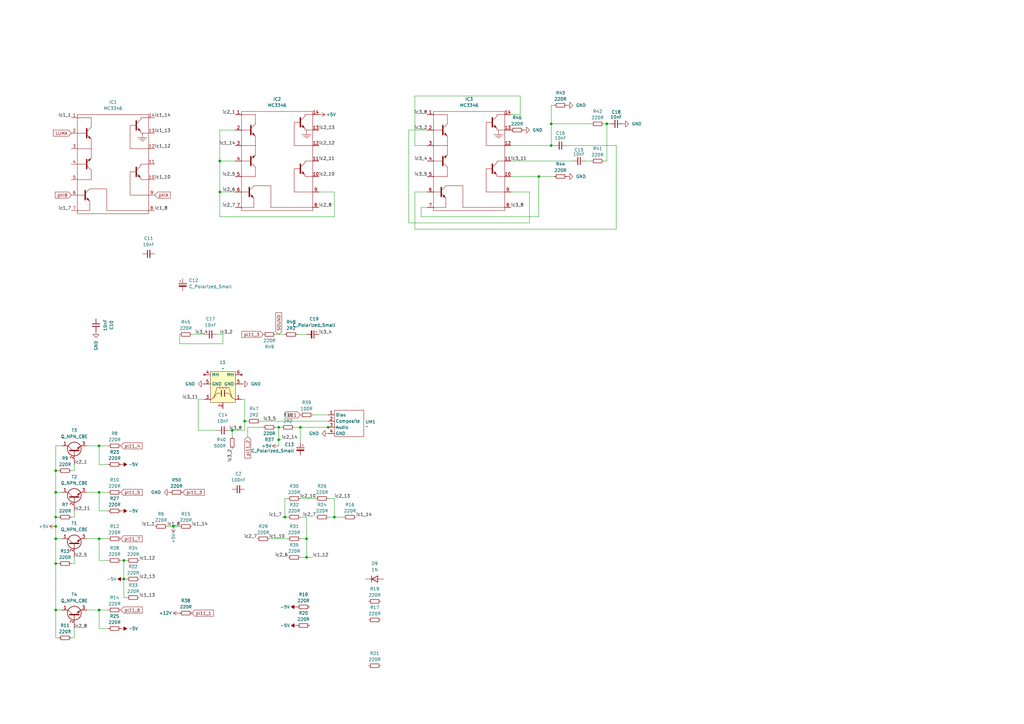
<source format=kicad_sch>
(kicad_sch (version 20231120) (generator "eeschema") (generator_version "8.0")
  (paper "A3")
  (title_block (date "2025-02-04"))
  (lib_symbols
    (symbol "Device:C_Polarized_Small" (pin_numbers hide) (pin_names (offset 0.254) hide)
      (property "Reference" "C" (at 0.254 1.778 0))
      (property "Value" "C_Polarized_Small" (at 0.254 -2.032 0))
      (symbol "C_Polarized_Small_0_1"
        (rectangle (start -1.524 -0.3048) (end 1.524 -0.6858) (fill (type outline)))
        (rectangle (start -1.524 0.6858) (end 1.524 0.3048))
        (polyline (pts (xy -1.27 1.524) (xy -0.762 1.524)))
        (polyline (pts (xy -1.016 1.27) (xy -1.016 1.778)))
      )
      (symbol "C_Polarized_Small_1_1"
        (pin passive line (at 0 2.54 270) (length 1.8542) (name "~") (number "1"))
        (pin passive line (at 0 -2.54 90) (length 1.8542) (name "~") (number "2"))
      )
    )
    (symbol "Device:C_Small" (pin_numbers hide) (pin_names (offset 0.254) hide)
      (property "Reference" "C" (at 0.254 1.778 0))
      (property "Value" "C_Small" (at 0.254 -2.032 0))
      (symbol "C_Small_0_1"
        (polyline (pts (xy -1.524 -0.508) (xy 1.524 -0.508)) (stroke (width 0.3302)))
        (polyline (pts (xy -1.524 0.508) (xy 1.524 0.508)) (stroke (width 0.3048)))
      )
      (symbol "C_Small_1_1"
        (pin passive line (at 0 2.54 270) (length 2.032) (name "~") (number "1"))
        (pin passive line (at 0 -2.54 90) (length 2.032) (name "~") (number "2"))
      )
    )
    (symbol "Device:D" (pin_numbers hide) (pin_names (offset 1.016) hide)
      (property "Reference" "D" (at 0 2.54 0))
      (property "Value" "D" (at 0 -2.54 0))
      (symbol "D_0_1"
        (polyline (pts (xy -1.27 1.27) (xy -1.27 -1.27)) (stroke (width 0.254)))
        (polyline (pts (xy 1.27 0) (xy -1.27 0)))
        (polyline (pts (xy 1.27 1.27) (xy 1.27 -1.27) (xy -1.27 0) (xy 1.27 1.27)) (stroke (width 0.254)))
      )
      (symbol "D_1_1"
        (pin passive line (at -3.81 0 0) (length 2.54) (name "K") (number "1"))
        (pin passive line (at 3.81 0 180) (length 2.54) (name "A") (number "2"))
      )
    )
    (symbol "Device:Q_NPN_CBE" (pin_names (offset 0) hide)
      (property "Reference" "Q" (at 5.08 1.27 0))
      (property "Value" "Q_NPN_CBE" (at 5.08 -1.27 0))
      (symbol "Q_NPN_CBE_0_1"
        (polyline (pts (xy 0.635 0.635) (xy 2.54 2.54)))
        (polyline (pts (xy 0.635 -0.635) (xy 2.54 -2.54) (xy 2.54 -2.54)))
        (polyline (pts (xy 0.635 1.905) (xy 0.635 -1.905) (xy 0.635 -1.905)) (stroke (width 0.508)))
        (polyline (pts (xy 1.27 -1.778) (xy 1.778 -1.27) (xy 2.286 -2.286) (xy 1.27 -1.778) (xy 1.27 -1.778)) (fill (type outline)))
        (circle (center 1.27 0) (radius 2.8194) (stroke (width 0.254)))
      )
      (symbol "Q_NPN_CBE_1_1"
        (pin passive line (at 2.54 5.08 270) (length 2.54) (name "C") (number "1"))
        (pin input line (at -5.08 0 0) (length 5.715) (name "B") (number "2"))
        (pin passive line (at 2.54 -5.08 90) (length 2.54) (name "E") (number "3"))
      )
    )
    (symbol "Device:R_Small" (pin_numbers hide) (pin_names (offset 0.254) hide)
      (property "Reference" "R" (at 0.762 0.508 0))
      (property "Value" "R_Small" (at 0.762 -1.016 0))
      (symbol "R_Small_0_1"
        (rectangle (start -0.762 1.778) (end 0.762 -1.778) (stroke (width 0.2032)))
      )
      (symbol "R_Small_1_1"
        (pin passive line (at 0 2.54 270) (length 0.762) (name "~") (number "1"))
        (pin passive line (at 0 -2.54 90) (length 0.762) (name "~") (number "2"))
      )
    )
    (symbol "power:+12V" (power) (pin_names (offset 0))
      (property "Value" "+12V" (at 0 3.556 0))
      (symbol "+12V_0_1"
        (polyline (pts (xy -0.762 1.27) (xy 0 2.54)))
        (polyline (pts (xy 0 0) (xy 0 2.54)))
        (polyline (pts (xy 0 2.54) (xy 0.762 1.27)))
      )
      (symbol "+12V_1_1"
        (pin power_in line (at 0 0 90) (length 0) hide (name "+12V") (number "1"))
      )
    )
    (symbol "power:+5V" (power) (pin_names (offset 0))
      (property "Value" "+5V" (at 0 3.556 0))
      (symbol "+5V_0_1"
        (polyline (pts (xy -0.762 1.27) (xy 0 2.54)))
        (polyline (pts (xy 0 0) (xy 0 2.54)))
        (polyline (pts (xy 0 2.54) (xy 0.762 1.27)))
      )
      (symbol "+5V_1_1"
        (pin power_in line (at 0 0 90) (length 0) hide (name "+5V") (number "1"))
      )
    )
    (symbol "power:-5V" (power) (pin_names (offset 0))
      (property "Value" "-5V" (at 0 3.81 0))
      (symbol "-5V_0_0"
        (pin power_in line (at 0 0 90) (length 0) hide (name "-5V") (number "1"))
      )
      (symbol "-5V_0_1"
        (polyline (pts (xy 0 0) (xy 0 1.27) (xy 0.762 1.27) (xy 0 2.54) (xy -0.762 1.27) (xy 0 1.27)) (fill (type outline)))
      )
    )
    (symbol "power:GND" (power) (pin_numbers hide) (pin_names (offset 0) hide)
      (property "Value" "GND" (at 0 -3.81 0))
      (symbol "GND_0_1"
        (polyline (pts (xy 0 0) (xy 0 -1.27) (xy 1.27 -1.27) (xy 0 -2.54) (xy -1.27 -1.27) (xy 0 -1.27)))
      )
      (symbol "GND_1_1"
        (pin power_in line (at 0 0 270) (length 0) (name "~") (number "1"))
      )
    )
    (symbol "vdg:MC3346"
      (property "Reference" "IC" (at 0 1.524 0))
      (property "Value" "MC3346" (at 0 -2.032 0))
      (symbol "MC3346_0_1"
        (rectangle (start -15.24 22.86) (end 13.97 -17.78))
        (polyline (pts (xy -15.24 -10.16) (xy -12.065 -10.16)))
        (polyline (pts (xy -15.24 2.54) (xy -11.43 2.54)))
        (polyline (pts (xy -12.065 -9.525) (xy -10.16 -7.62)))
        (polyline (pts (xy -11.43 1.905) (xy -9.525 0)))
        (polyline (pts (xy -11.43 15.24) (xy -15.24 15.24)))
        (polyline (pts (xy -11.43 15.875) (xy -9.525 17.78)))
        (polyline (pts (xy -9.525 5.08) (xy -9.525 8.89)))
        (polyline (pts (xy 8.89 0) (xy 10.795 1.905)))
        (polyline (pts (xy 8.89 19.05) (xy 10.795 20.955)))
        (polyline (pts (xy 9.525 13.335) (xy 13.335 13.335)))
        (polyline (pts (xy 10.16 12.7) (xy 12.7 12.7)))
        (polyline (pts (xy 10.795 12.065) (xy 12.065 12.065)))
        (polyline (pts (xy 11.43 12.065) (xy 11.43 12.065)))
        (polyline (pts (xy 11.43 15.24) (xy 11.43 13.335)))
        (polyline (pts (xy -15.24 -3.81) (xy -9.525 -3.81) (xy -9.525 0)))
        (polyline (pts (xy -15.24 8.89) (xy -9.525 8.89) (xy -9.525 12.7)))
        (polyline (pts (xy -15.24 21.59) (xy -9.525 21.59) (xy -9.525 17.78)))
        (polyline (pts (xy -12.065 -10.795) (xy -10.16 -12.7) (xy -10.16 -12.7)))
        (polyline (pts (xy -12.065 -8.255) (xy -12.065 -12.065) (xy -12.065 -12.065)) (stroke (width 0.508)))
        (polyline (pts (xy -11.43 0.635) (xy -11.43 4.445) (xy -11.43 4.445)) (stroke (width 0.508)))
        (polyline (pts (xy -11.43 3.175) (xy -9.525 5.08) (xy -9.525 5.08)))
        (polyline (pts (xy -11.43 14.605) (xy -9.525 12.7) (xy -9.525 12.7)))
        (polyline (pts (xy -11.43 17.145) (xy -11.43 13.335) (xy -11.43 13.335)) (stroke (width 0.508)))
        (polyline (pts (xy -10.16 -12.7) (xy -10.16 -16.51) (xy -15.24 -16.51)))
        (polyline (pts (xy 8.89 -1.27) (xy 10.795 -3.175) (xy 10.795 -3.175)))
        (polyline (pts (xy 8.89 1.27) (xy 8.89 -2.54) (xy 8.89 -2.54)) (stroke (width 0.508)))
        (polyline (pts (xy 8.89 17.78) (xy 10.795 15.875) (xy 10.795 15.875)))
        (polyline (pts (xy 8.89 20.32) (xy 8.89 16.51) (xy 8.89 16.51)) (stroke (width 0.508)))
        (polyline (pts (xy 10.795 15.875) (xy 10.795 15.24) (xy 13.97 15.24)))
        (polyline (pts (xy 13.97 -3.81) (xy 10.795 -3.81) (xy 10.795 -3.175)))
        (polyline (pts (xy 13.97 2.54) (xy 10.795 2.54) (xy 10.795 1.905)))
        (polyline (pts (xy 13.97 21.59) (xy 10.795 21.59) (xy 10.795 20.955)))
        (polyline (pts (xy 13.97 -16.51) (xy -3.175 -16.51) (xy -3.175 -7.62) (xy -10.16 -7.62)))
        (polyline (pts (xy 13.97 -10.16) (xy 6.35 -10.16) (xy 6.35 -0.635) (xy 8.89 -0.635)))
        (polyline (pts (xy 13.97 8.89) (xy 6.35 8.89) (xy 6.35 18.415) (xy 8.89 18.415)))
        (polyline (pts (xy -11.43 -11.938) (xy -10.922 -11.43) (xy -10.414 -12.446) (xy -11.43 -11.938) (xy -11.43 -11.938)) (fill (type outline)))
        (polyline (pts (xy -10.795 4.318) (xy -10.287 3.81) (xy -9.779 4.826) (xy -10.795 4.318) (xy -10.795 4.318)) (fill (type outline)))
        (polyline (pts (xy -10.795 13.462) (xy -10.287 13.97) (xy -9.779 12.954) (xy -10.795 13.462) (xy -10.795 13.462)) (fill (type outline)))
        (polyline (pts (xy 9.525 -2.413) (xy 10.033 -1.905) (xy 10.541 -2.921) (xy 9.525 -2.413) (xy 9.525 -2.413)) (fill (type outline)))
        (polyline (pts (xy 9.525 16.637) (xy 10.033 17.145) (xy 10.541 16.129) (xy 9.525 16.637) (xy 9.525 16.637)) (fill (type outline)))
      )
      (symbol "MC3346_1_1"
        (pin input line (at -17.78 21.59 0) (length 2.54) (name "") (number "1"))
        (pin output line (at 16.51 -3.81 180) (length 2.54) (name "") (number "10"))
        (pin input line (at 16.51 2.54 180) (length 2.54) (name "") (number "11"))
        (pin input line (at 16.51 8.89 180) (length 2.54) (name "") (number "12"))
        (pin output line (at 16.51 15.24 180) (length 2.54) (name "") (number "13"))
        (pin input line (at 16.51 21.59 180) (length 2.54) (name "") (number "14"))
        (pin input line (at -17.78 15.24 0) (length 2.54) (name "") (number "2"))
        (pin output line (at -17.78 8.89 0) (length 2.54) (name "") (number "3"))
        (pin input line (at -17.78 2.54 0) (length 2.54) (name "") (number "4"))
        (pin input line (at -17.78 -3.81 0) (length 2.54) (name "") (number "5"))
        (pin input line (at -17.78 -10.16 0) (length 2.54) (name "") (number "6"))
        (pin output line (at -17.78 -16.51 0) (length 2.54) (name "") (number "7"))
        (pin input line (at 16.51 -16.51 180) (length 2.54) (name "") (number "8"))
        (pin input line (at 16.51 -10.16 180) (length 2.54) (name "") (number "9"))
      )
    )
    (symbol "vdg:RF_Modulator"
      (property "Reference" "UM" (at 0 -6.35 0))
      (symbol "RF_Modulator_0_1"
        (rectangle (start -6.35 5.715) (end 5.715 -5.08))
      )
      (symbol "RF_Modulator_1_1"
        (pin input line (at -8.89 3.81 0) (length 2.54) (name "Bias") (number "1"))
        (pin input line (at -8.89 1.27 0) (length 2.54) (name "Composite") (number "2"))
        (pin input line (at -8.89 -1.27 0) (length 2.54) (name "Audio") (number "3"))
        (pin passive line (at -8.89 -3.81 0) (length 2.54) (name "GND") (number "4"))
      )
    )
    (symbol "vdg:TOKO_Variable_Inductor"
      (property "Reference" "L" (at 0 0 0))
      (symbol "TOKO_Variable_Inductor_0_1"
        (arc (start -1.27 -1.9023) (mid -1.905 -1.27) (end -2.54 -1.9023))
        (arc (start 0 -1.9023) (mid -0.635 -1.27) (end -1.27 -1.9023))
        (polyline (pts (xy -3.81 -5.715) (xy -5.08 -6.35)))
        (polyline (pts (xy -0.635 -5.08) (xy -0.635 -2.54)) (stroke (width 0.3048)))
        (polyline (pts (xy -0.635 -3.81) (xy -2.54 -3.81)))
        (polyline (pts (xy 0.635 -5.08) (xy 0.635 -2.54)) (stroke (width 0.3302)))
        (polyline (pts (xy 0.635 -3.81) (xy 2.54 -3.81)))
        (polyline (pts (xy 2.54 -3.81) (xy 3.81 -5.715)))
        (polyline (pts (xy 2.54 -1.905) (xy 3.81 -5.715)))
        (polyline (pts (xy 3.81 -5.715) (xy 5.08 -6.35)))
        (polyline (pts (xy -2.54 -3.81) (xy -3.81 -5.715) (xy -2.54 -1.905)))
        (arc (start 1.27 -1.9023) (mid 0.635 -1.27) (end 0 -1.9023))
        (arc (start 2.54 -1.9023) (mid 1.905 -1.27) (end 1.27 -1.9023))
      )
      (symbol "TOKO_Variable_Inductor_1_1"
        (rectangle (start -5.08 5.08) (end 5.08 -7.62) (fill (type background)))
        (pin passive line (at 7.62 -6.35 180) (length 2.54) (name "~") (number "1"))
        (pin passive line (at 0 -10.16 90) (length 2.54) (name "~") (number "2"))
        (pin passive line (at -7.62 -6.35 0) (length 2.54) (name "~") (number "3"))
        (pin no_connect line (at -7.62 3.81 0) (length 2.54) (name "MH") (number "4"))
        (pin passive line (at -7.62 0 0) (length 2.54) (name "GND") (number "5"))
        (pin passive line (at 7.62 0 180) (length 2.54) (name "GND") (number "5"))
        (pin no_connect line (at 7.62 3.81 180) (length 2.54) (name "MH") (number "6"))
      )
    )
  )
  (junction (at 123.19 175.26))
  (junction (at 226.06 50.8))
  (junction (at 100.33 172.72))
  (junction (at 40.64 201.93))
  (junction (at 95.25 176.53))
  (junction (at 134.62 175.26))
  (junction (at 40.64 220.98))
  (junction (at 90.17 78.74))
  (junction (at 114.3 175.26))
  (junction (at 114.3 180.34))
  (junction (at 125.73 228.6))
  (junction (at 40.64 182.88))
  (junction (at 125.73 220.98))
  (junction (at 22.86 212.09))
  (junction (at 22.86 231.14))
  (junction (at 22.86 220.98))
  (junction (at 22.86 201.93))
  (junction (at 50.8 237.49))
  (junction (at 22.86 250.19))
  (junction (at 22.86 193.04))
  (junction (at 71.12 215.9))
  (junction (at 40.64 250.19))
  (junction (at 137.16 212.09))
  (junction (at 226.06 59.69))
  (junction (at 22.86 215.9))
  (junction (at 248.92 50.8))
  (junction (at 50.8 229.87))
  (junction (at 90.17 66.04))
  (junction (at 116.84 212.09))
  (junction (at 220.98 72.39))
  (wire (pts (xy 123.19 175.26) (xy 123.19 181.61)))
  (wire (pts (xy 252.73 59.69) (xy 252.73 93.98)))
  (wire (pts (xy 44.45 229.87) (xy 40.64 229.87)))
  (wire (pts (xy 29.21 231.14) (xy 30.48 231.14)))
  (wire (pts (xy 123.19 220.98) (xy 125.73 220.98)))
  (wire (pts (xy 125.73 137.16) (xy 121.92 137.16)))
  (wire (pts (xy 167.64 53.34) (xy 167.64 91.44)))
  (wire (pts (xy 100.33 176.53) (xy 100.33 172.72)))
  (wire (pts (xy 22.86 261.62) (xy 24.13 261.62)))
  (wire (pts (xy 217.17 91.44) (xy 217.17 78.74)))
  (wire (pts (xy 175.26 59.69) (xy 170.18 59.69)))
  (wire (pts (xy 125.73 228.6) (xy 123.19 228.6)))
  (wire (pts (xy 50.8 245.11) (xy 50.8 237.49)))
  (wire (pts (xy 40.64 250.19) (xy 40.64 257.81)))
  (wire (pts (xy 232.41 59.69) (xy 252.73 59.69)))
  (wire (pts (xy 52.07 245.11) (xy 50.8 245.11)))
  (wire (pts (xy 96.52 78.74) (xy 90.17 78.74)))
  (wire (pts (xy 30.48 193.04) (xy 30.48 190.5)))
  (wire (pts (xy 22.86 182.88) (xy 22.86 193.04)))
  (wire (pts (xy 115.57 212.09) (xy 116.84 212.09)))
  (wire (pts (xy 81.28 163.83) (xy 83.82 163.83)))
  (wire (pts (xy 99.06 163.83) (xy 100.33 163.83)))
  (wire (pts (xy 90.17 66.04) (xy 96.52 66.04)))
  (wire (pts (xy 170.18 59.69) (xy 170.18 39.37)))
  (wire (pts (xy 227.33 59.69) (xy 226.06 59.69)))
  (wire (pts (xy 52.07 237.49) (xy 50.8 237.49)))
  (wire (pts (xy 22.86 193.04) (xy 22.86 201.93)))
  (wire (pts (xy 123.19 204.47) (xy 129.54 204.47)))
  (wire (pts (xy 40.64 220.98) (xy 44.45 220.98)))
  (wire (pts (xy 22.86 182.88) (xy 25.4 182.88)))
  (wire (pts (xy 35.56 182.88) (xy 40.64 182.88)))
  (wire (pts (xy 29.21 193.04) (xy 30.48 193.04)))
  (wire (pts (xy 22.86 212.09) (xy 22.86 215.9)))
  (wire (pts (xy 30.48 231.14) (xy 30.48 228.6)))
  (wire (pts (xy 106.68 172.72) (xy 134.62 172.72)))
  (wire (pts (xy 226.06 50.8) (xy 242.57 50.8)))
  (wire (pts (xy 226.06 43.18) (xy 226.06 50.8)))
  (wire (pts (xy 113.03 137.16) (xy 116.84 137.16)))
  (wire (pts (xy 88.9 176.53) (xy 81.28 176.53)))
  (wire (pts (xy 90.17 88.9) (xy 137.16 88.9)))
  (wire (pts (xy 35.56 220.98) (xy 40.64 220.98)))
  (wire (pts (xy 40.64 201.93) (xy 40.64 209.55)))
  (wire (pts (xy 40.64 182.88) (xy 44.45 182.88)))
  (wire (pts (xy 114.3 180.34) (xy 114.3 175.26)))
  (wire (pts (xy 50.8 229.87) (xy 49.53 229.87)))
  (wire (pts (xy 172.72 85.09) (xy 172.72 88.9)))
  (wire (pts (xy 140.97 212.09) (xy 137.16 212.09)))
  (wire (pts (xy 30.48 209.55) (xy 30.48 212.09)))
  (wire (pts (xy 116.84 204.47) (xy 118.11 204.47)))
  (wire (pts (xy 128.27 228.6) (xy 125.73 228.6)))
  (wire (pts (xy 252.73 93.98) (xy 170.18 93.98)))
  (wire (pts (xy 137.16 88.9) (xy 137.16 78.74)))
  (wire (pts (xy 40.64 250.19) (xy 44.45 250.19)))
  (wire (pts (xy 40.64 182.88) (xy 40.64 190.5)))
  (wire (pts (xy 116.84 204.47) (xy 116.84 212.09)))
  (wire (pts (xy 170.18 39.37) (xy 213.36 39.37)))
  (wire (pts (xy 125.73 212.09) (xy 125.73 220.98)))
  (wire (pts (xy 52.07 229.87) (xy 50.8 229.87)))
  (wire (pts (xy 114.3 175.26) (xy 115.57 175.26)))
  (wire (pts (xy 120.65 175.26) (xy 123.19 175.26)))
  (wire (pts (xy 95.25 176.53) (xy 95.25 179.07)))
  (wire (pts (xy 100.33 172.72) (xy 100.33 163.83)))
  (wire (pts (xy 35.56 201.93) (xy 40.64 201.93)))
  (wire (pts (xy 170.18 93.98) (xy 170.18 78.74)))
  (wire (pts (xy 30.48 212.09) (xy 29.21 212.09)))
  (wire (pts (xy 40.64 201.93) (xy 44.45 201.93)))
  (wire (pts (xy 137.16 212.09) (xy 134.62 212.09)))
  (wire (pts (xy 137.16 78.74) (xy 130.81 78.74)))
  (wire (pts (xy 172.72 88.9) (xy 220.98 88.9)))
  (wire (pts (xy 227.33 43.18) (xy 226.06 43.18)))
  (wire (pts (xy 100.33 172.72) (xy 101.6 172.72)))
  (wire (pts (xy 110.49 220.98) (xy 118.11 220.98)))
  (wire (pts (xy 209.55 66.04) (xy 234.95 66.04)))
  (wire (pts (xy 101.6 179.07) (xy 101.6 175.26)))
  (wire (pts (xy 91.44 140.97) (xy 73.66 140.97)))
  (wire (pts (xy 220.98 88.9) (xy 220.98 72.39)))
  (wire (pts (xy 90.17 53.34) (xy 90.17 66.04)))
  (wire (pts (xy 44.45 190.5) (xy 40.64 190.5)))
  (wire (pts (xy 175.26 85.09) (xy 172.72 85.09)))
  (wire (pts (xy 134.62 204.47) (xy 137.16 204.47)))
  (wire (pts (xy 40.64 220.98) (xy 40.64 229.87)))
  (wire (pts (xy 73.66 137.16) (xy 73.66 140.97)))
  (wire (pts (xy 213.36 46.99) (xy 209.55 46.99)))
  (wire (pts (xy 115.57 180.34) (xy 114.3 180.34)))
  (wire (pts (xy 22.86 220.98) (xy 22.86 231.14)))
  (wire (pts (xy 113.03 175.26) (xy 114.3 175.26)))
  (wire (pts (xy 250.19 50.8) (xy 248.92 50.8)))
  (wire (pts (xy 22.86 215.9) (xy 22.86 220.98)))
  (wire (pts (xy 240.03 66.04) (xy 242.57 66.04)))
  (wire (pts (xy 220.98 72.39) (xy 209.55 72.39)))
  (wire (pts (xy 247.65 66.04) (xy 248.92 66.04)))
  (wire (pts (xy 22.86 250.19) (xy 25.4 250.19)))
  (wire (pts (xy 29.21 261.62) (xy 30.48 261.62)))
  (wire (pts (xy 114.3 180.34) (xy 114.3 182.88)))
  (wire (pts (xy 213.36 39.37) (xy 213.36 46.99)))
  (wire (pts (xy 71.12 215.9) (xy 73.66 215.9)))
  (wire (pts (xy 139.7 175.26) (xy 134.62 175.26)))
  (wire (pts (xy 22.86 220.98) (xy 25.4 220.98)))
  (wire (pts (xy 175.26 53.34) (xy 167.64 53.34)))
  (wire (pts (xy 123.19 175.26) (xy 134.62 175.26)))
  (wire (pts (xy 22.86 193.04) (xy 24.13 193.04)))
  (wire (pts (xy 88.9 137.16) (xy 91.44 137.16)))
  (wire (pts (xy 101.6 175.26) (xy 107.95 175.26)))
  (wire (pts (xy 50.8 229.87) (xy 50.8 237.49)))
  (wire (pts (xy 96.52 53.34) (xy 90.17 53.34)))
  (wire (pts (xy 123.19 212.09) (xy 125.73 212.09)))
  (wire (pts (xy 170.18 78.74) (xy 175.26 78.74)))
  (wire (pts (xy 22.86 250.19) (xy 22.86 261.62)))
  (wire (pts (xy 44.45 209.55) (xy 40.64 209.55)))
  (wire (pts (xy 116.84 212.09) (xy 118.11 212.09)))
  (wire (pts (xy 226.06 50.8) (xy 226.06 59.69)))
  (wire (pts (xy 22.86 212.09) (xy 24.13 212.09)))
  (wire (pts (xy 78.74 137.16) (xy 83.82 137.16)))
  (wire (pts (xy 24.13 231.14) (xy 22.86 231.14)))
  (wire (pts (xy 22.86 201.93) (xy 25.4 201.93)))
  (wire (pts (xy 90.17 66.04) (xy 90.17 78.74)))
  (wire (pts (xy 44.45 257.81) (xy 40.64 257.81)))
  (wire (pts (xy 248.92 50.8) (xy 248.92 66.04)))
  (wire (pts (xy 137.16 204.47) (xy 137.16 212.09)))
  (wire (pts (xy 125.73 220.98) (xy 125.73 228.6)))
  (wire (pts (xy 22.86 201.93) (xy 22.86 212.09)))
  (wire (pts (xy 30.48 261.62) (xy 30.48 257.81)))
  (wire (pts (xy 68.58 215.9) (xy 71.12 215.9)))
  (wire (pts (xy 22.86 231.14) (xy 22.86 250.19)))
  (wire (pts (xy 248.92 50.8) (xy 247.65 50.8)))
  (wire (pts (xy 35.56 250.19) (xy 40.64 250.19)))
  (wire (pts (xy 100.33 176.53) (xy 95.25 176.53)))
  (wire (pts (xy 91.44 137.16) (xy 91.44 140.97)))
  (wire (pts (xy 90.17 78.74) (xy 90.17 88.9)))
  (wire (pts (xy 81.28 176.53) (xy 81.28 163.83)))
  (wire (pts (xy 167.64 91.44) (xy 217.17 91.44)))
  (wire (pts (xy 226.06 59.69) (xy 209.55 59.69)))
  (wire (pts (xy 95.25 176.53) (xy 93.98 176.53)))
  (wire (pts (xy 217.17 78.74) (xy 209.55 78.74)))
  (wire (pts (xy 128.27 170.18) (xy 134.62 170.18)))
  (wire (pts (xy 227.33 72.39) (xy 220.98 72.39)))
  (label "ic1_13" (at 63.5 54.61 0))
  (label "ic2_6" (at 118.11 228.6 180))
  (label "ic2_10" (at 130.81 72.39 0))
  (label "ic3_5" (at 107.95 172.72 0))
  (label "ic3_11" (at 209.55 66.04 0))
  (label "ic1_8" (at 68.58 215.9 0))
  (label "ic3_8" (at 209.55 85.09 0))
  (label "ic1_1" (at 63.5 215.9 180))
  (label "ic1_14" (at 146.05 212.09 0))
  (label "ic1_14" (at 63.5 48.26 0))
  (label "ic3_2" (at 90.17 137.16 0))
  (label "ic2_6" (at 96.52 78.74 180))
  (label "ic1_7" (at 29.21 86.36 180))
  (label "ic2_14" (at 115.57 180.34 0))
  (label "ic1_12" (at 63.5 60.96 0))
  (label "ic3_4" (at 175.26 66.04 180))
  (label "ic1_14" (at 78.74 215.9 0))
  (label "ic2_1" (at 30.48 190.5 0))
  (label "ic1_8" (at 63.5 86.36 0))
  (label "ic3_5" (at 175.26 72.39 180))
  (label "ic1_12" (at 57.15 229.87 0))
  (label "ic3_4" (at 80.01 137.16 0))
  (label "ic1_10" (at 63.5 73.66 0))
  (label "ic2_13" (at 137.16 204.47 0))
  (label "ic2_8" (at 130.81 85.09 0))
  (label "ic2_5" (at 96.52 72.39 180))
  (label "ic2_13" (at 130.81 53.34 0))
  (label "ic1_12" (at 128.27 228.6 0))
  (label "ic3_2" (at 95.25 184.15 270))
  (label "ic2_13" (at 57.15 237.49 0))
  (label "ic3_8" (at 93.98 176.53 0))
  (label "ic2_7" (at 129.54 212.09 180))
  (label "ic2_7" (at 96.52 85.09 180))
  (label "ic3_2" (at 175.26 53.34 180))
  (label "ic2_10" (at 129.54 204.47 180))
  (label "ic2_8" (at 30.48 257.81 0))
  (label "ic2_11" (at 30.48 209.55 0))
  (label "ic3_4" (at 130.81 137.16 0))
  (label "ic2_1" (at 96.52 46.99 180))
  (label "ic2_12" (at 130.81 59.69 0))
  (label "ic2_7" (at 105.41 220.98 180))
  (label "ic1_13" (at 57.15 245.11 0))
  (label "ic2_5" (at 30.48 228.6 0))
  (label "ic1_10" (at 116.84 220.98 180))
  (label "ic1_7" (at 115.57 212.09 180))
  (label "ic1_14" (at 96.52 59.69 180))
  (label "ic1_1" (at 29.21 48.26 180))
  (label "ic2_11" (at 130.81 66.04 0))
  (label "ic3_11" (at 81.28 163.83 180))
  (label "ic3_8" (at 175.26 46.99 180))
  (global_label "pl11_7" (shape input) (at 49.53 220.98 0) (property "Intersheetrefs" "${INTERSHEET_REFS}" (effects (hide yes))))
  (global_label "SOUND" (shape input) (at 114.3 137.16 90) (property "Intersheetrefs" "${INTERSHEET_REFS}" (effects (hide yes))))
  (global_label "pl11_6" (shape input) (at 49.53 250.19 0) (property "Intersheetrefs" "${INTERSHEET_REFS}" (effects (hide yes))))
  (global_label "pl11_3" (shape input) (at 74.93 201.93 0) (property "Intersheetrefs" "${INTERSHEET_REFS}" (effects (hide yes))))
  (global_label "LUMA" (shape input) (at 29.21 54.61 180) (property "Intersheetrefs" "${INTERSHEET_REFS}" (effects (hide yes))))
  (global_label "phiA" (shape input) (at 63.5 80.01 0) (property "Intersheetrefs" "${INTERSHEET_REFS}" (effects (hide yes))))
  (global_label "pl11_1" (shape input) (at 78.74 251.46 0) (property "Intersheetrefs" "${INTERSHEET_REFS}" (effects (hide yes))))
  (global_label "pl11_5" (shape input) (at 49.53 201.93 0) (property "Intersheetrefs" "${INTERSHEET_REFS}" (effects (hide yes))))
  (global_label "pl11_4" (shape input) (at 49.53 182.88 0) (property "Intersheetrefs" "${INTERSHEET_REFS}" (effects (hide yes))))
  (global_label "pl11_2" (shape input) (at 101.6 179.07 270) (property "Intersheetrefs" "${INTERSHEET_REFS}" (effects (hide yes))))
  (global_label "pl11_3" (shape input) (at 107.95 137.16 180) (property "Intersheetrefs" "${INTERSHEET_REFS}" (effects (hide yes))))
  (global_label "phiB" (shape input) (at 29.21 80.01 180) (property "Intersheetrefs" "${INTERSHEET_REFS}" (effects (hide yes))))
  (global_label "U11" (shape input) (at 123.19 170.18 180) (property "Intersheetrefs" "${INTERSHEET_REFS}" (effects (hide yes))))
  (symbol (lib_id "Device:R_Small") (at 125.73 170.18 90) (unit 1)
    (property "Reference" "R39" (at 125.73 165.1 90))
    (property "Value" "100R" (at 125.73 167.64 90))
    (property "Footprint" "Dragon:R_Axial_DIN0309_L9.0mm_D2.5mm_P12.70mm_Horizontal" (effects (hide yes)))
    (property "Description" "Resistor, small symbol" (effects (hide yes)))
  )
  (symbol (lib_id "power:+5V") (at 22.86 215.9 90) (unit 1)
    (property "Reference" "#PWR015" (effects (hide yes)))
    (property "Value" "+5V" (at 15.875 215.9 90) (effects (justify right)))
  )
  (symbol (lib_id "Device:R_Small") (at 46.99 250.19 270) (mirror x) (unit 1)
    (property "Reference" "R14" (at 46.99 245.11 90))
    (property "Value" "220R" (at 46.99 247.65 90))
    (property "Footprint" "Dragon:R_Axial_DIN0309_L9.0mm_D2.5mm_P12.70mm_Horizontal" (effects (hide yes)))
    (property "Description" "Resistor, small symbol" (effects (hide yes)))
  )
  (symbol (lib_id "Device:R_Small") (at 153.67 273.05 90) (unit 1)
    (property "Reference" "R21" (at 153.67 267.97 90))
    (property "Value" "220R" (at 153.67 270.51 90))
    (property "Footprint" "Dragon:R_Axial_DIN0309_L9.0mm_D2.5mm_P12.70mm_Horizontal" (effects (hide yes)))
    (property "Description" "Resistor, small symbol" (effects (hide yes)))
  )
  (symbol (lib_id "vdg:MC3346") (at 46.99 69.85 0) (unit 1)
    (property "Reference" "IC1" (at 46.355 41.91 0))
    (property "Value" "MC3346" (at 46.355 44.45 0))
    (property "Footprint" "Package_DIP:DIP-14_W7.62mm" (effects (hide yes)))
    (property "Datasheet" "https://www.alldatasheet.com/datasheet-pdf/view/167480/MOTOROLA/MC3346.html" (effects (hide yes)))
  )
  (symbol (lib_id "Device:R_Small") (at 212.09 53.34 270) (mirror x) (unit 1)
    (property "Reference" "R46" (at 212.09 48.26 90))
    (property "Value" "220R" (at 212.09 50.8 90))
    (property "Footprint" "Dragon:R_Axial_DIN0309_L9.0mm_D2.5mm_P12.70mm_Horizontal" (effects (hide yes)))
    (property "Description" "Resistor, small symbol" (effects (hide yes)))
  )
  (symbol (lib_id "Device:R_Small") (at 120.65 228.6 270) (mirror x) (unit 1)
    (property "Reference" "R35" (at 120.65 223.52 90))
    (property "Value" "220R" (at 120.65 226.06 90))
    (property "Footprint" "Dragon:R_Axial_DIN0309_L9.0mm_D2.5mm_P12.70mm_Horizontal" (effects (hide yes)))
    (property "Description" "Resistor, small symbol" (effects (hide yes)))
  )
  (symbol (lib_id "Device:R_Small") (at 110.49 137.16 90) (mirror x) (unit 1)
    (property "Reference" "R49" (at 110.49 142.24 90))
    (property "Value" "220R" (at 110.49 139.7 90))
    (property "Footprint" "Dragon:R_Axial_DIN0309_L9.0mm_D2.5mm_P12.70mm_Horizontal" (effects (hide yes)))
    (property "Description" "Resistor, small symbol" (effects (hide yes)))
  )
  (symbol (lib_id "power:-5V") (at 49.53 190.5 270) (unit 1)
    (property "Reference" "#PWR017" (effects (hide yes)))
    (property "Value" "-5V" (at 56.642 190.5 90) (effects (justify right)))
  )
  (symbol (lib_id "Device:D") (at 153.67 237.49 0) (unit 1)
    (property "Reference" "D9" (at 153.67 231.14 0))
    (property "Value" "1N" (at 153.67 233.68 0))
    (property "Footprint" "Diode_THT:D_A-405_P12.70mm_Horizontal" (effects (hide yes)))
    (property "Description" "Diode" (effects (hide yes)))
    (property "Sim.Device" "D" (effects (hide yes)))
    (property "Sim.Pins" "1=K 2=A" (effects (hide yes)))
  )
  (symbol (lib_id "Device:C_Small") (at 86.36 137.16 90) (unit 1)
    (property "Reference" "C17" (at 86.3663 130.81 90))
    (property "Value" "10nF" (at 86.3663 133.35 90))
    (property "Footprint" "Capacitor_THT:C_Disc_D4.3mm_W1.9mm_P5.00mm" (effects (hide yes)))
    (property "Description" "Unpolarized capacitor, small symbol" (effects (hide yes)))
  )
  (symbol (lib_id "power:-5V") (at 50.8 237.49 90) (unit 1)
    (property "Reference" "#PWR016" (effects (hide yes)))
    (property "Value" "-5V" (at 43.688 237.49 90) (effects (justify right)))
  )
  (symbol (lib_id "power:-5V") (at 49.53 209.55 270) (unit 1)
    (property "Reference" "#PWR018" (effects (hide yes)))
    (property "Value" "-5V" (at 56.642 209.55 90) (effects (justify right)))
  )
  (symbol (lib_id "Device:R_Small") (at 120.65 212.09 270) (mirror x) (unit 1)
    (property "Reference" "R32" (at 120.65 207.01 90))
    (property "Value" "220R" (at 120.65 209.55 90))
    (property "Footprint" "Dragon:R_Axial_DIN0309_L9.0mm_D2.5mm_P12.70mm_Horizontal" (effects (hide yes)))
    (property "Description" "Resistor, small symbol" (effects (hide yes)))
  )
  (symbol (lib_id "Device:C_Small") (at 97.79 200.66 90) (unit 1)
    (property "Reference" "C2" (at 97.7963 194.31 90))
    (property "Value" "100nF" (at 97.7963 196.85 90))
    (property "Footprint" "Capacitor_THT:C_Disc_D4.3mm_W1.9mm_P5.00mm" (effects (hide yes)))
    (property "Description" "Unpolarized capacitor, small symbol" (effects (hide yes)))
  )
  (symbol (lib_id "Device:R_Small") (at 107.95 220.98 90) (unit 1)
    (property "Reference" "R29" (at 107.95 215.9 90))
    (property "Value" "220R" (at 107.95 218.44 90))
    (property "Footprint" "Dragon:R_Axial_DIN0309_L9.0mm_D2.5mm_P12.70mm_Horizontal" (effects (hide yes)))
    (property "Description" "Resistor, small symbol" (effects (hide yes)))
  )
  (symbol (lib_id "Device:C_Small") (at 91.44 176.53 90) (unit 1)
    (property "Reference" "C14" (at 91.4463 170.18 90))
    (property "Value" "10nF" (at 91.4463 172.72 90))
    (property "Footprint" "Capacitor_THT:C_Disc_D3.0mm_W2.0mm_P2.50mm" (effects (hide yes)))
    (property "Description" "Unpolarized capacitor, small symbol" (effects (hide yes)))
  )
  (symbol (lib_id "Device:R_Small") (at 46.99 209.55 90) (unit 1)
    (property "Reference" "R27" (at 46.99 204.47 90))
    (property "Value" "220R" (at 46.99 207.01 90))
    (property "Footprint" "Dragon:R_Axial_DIN0309_L9.0mm_D2.5mm_P12.70mm_Horizontal" (effects (hide yes)))
    (property "Description" "Resistor, small symbol" (effects (hide yes)))
  )
  (symbol (lib_id "Device:Q_NPN_CBE") (at 30.48 204.47 90) (unit 1)
    (property "Reference" "T2" (at 30.48 195.58 90))
    (property "Value" "Q_NPN_CBE" (at 30.48 198.12 90))
    (property "Footprint" "Package_TO_SOT_THT:TO-92_Wide" (effects (hide yes)))
    (property "Description" "NPN transistor, collector/base/emitter" (effects (hide yes)))
  )
  (symbol (lib_id "power:GND") (at 39.37 135.89 0) (unit 1)
    (property "Reference" "#PWR025" (effects (hide yes)))
    (property "Value" "GND" (at 39.3701 139.7 90) (effects (justify right)))
    (property "Description" "Power symbol creates a global label with name \"GND\" , ground" (effects (hide yes)))
  )
  (symbol (lib_id "Device:R_Small") (at 120.65 204.47 90) (unit 1)
    (property "Reference" "R30" (at 120.65 199.39 90))
    (property "Value" "220R" (at 120.65 201.93 90))
    (property "Footprint" "Dragon:R_Axial_DIN0309_L9.0mm_D2.5mm_P12.70mm_Horizontal" (effects (hide yes)))
    (property "Description" "Resistor, small symbol" (effects (hide yes)))
  )
  (symbol (lib_id "Device:R_Small") (at 26.67 193.04 270) (mirror x) (unit 1)
    (property "Reference" "R9" (at 26.67 187.96 90))
    (property "Value" "220R" (at 26.67 190.5 90))
    (property "Footprint" "Dragon:R_Axial_DIN0309_L9.0mm_D2.5mm_P12.70mm_Horizontal" (effects (hide yes)))
    (property "Description" "Resistor, small symbol" (effects (hide yes)))
  )
  (symbol (lib_id "Device:R_Small") (at 72.39 201.93 270) (mirror x) (unit 1)
    (property "Reference" "R50" (at 72.39 196.85 90))
    (property "Value" "220R" (at 72.39 199.39 90))
    (property "Footprint" "Dragon:R_Axial_DIN0309_L9.0mm_D2.5mm_P12.70mm_Horizontal" (effects (hide yes)))
    (property "Description" "Resistor, small symbol" (effects (hide yes)))
  )
  (symbol (lib_id "Device:R_Small") (at 229.87 43.18 270) (unit 1)
    (property "Reference" "R43" (at 229.87 38.1 90))
    (property "Value" "220R" (at 229.87 40.64 90))
    (property "Footprint" "Dragon:R_Axial_DIN0309_L9.0mm_D2.5mm_P12.70mm_Horizontal" (effects (hide yes)))
    (property "Description" "Resistor, small symbol" (effects (hide yes)))
  )
  (symbol (lib_id "vdg:TOKO_Variable_Inductor") (at 91.44 157.48 0) (unit 1)
    (property "Reference" "L1" (at 91.44 148.59 0))
    (property "Value" "~" (at 91.44 151.13 0))
    (property "Footprint" "Dragon:TOKO_RCL_10K" (effects (hide yes)))
  )
  (symbol (lib_id "Device:C_Polarized_Small") (at 128.27 137.16 270) (unit 1)
    (property "Reference" "C19" (at 128.8161 130.81 90))
    (property "Value" "C_Polarized_Small" (at 128.8161 133.35 90))
    (property "Footprint" "Capacitor_THT:CP_Radial_Tantal_D4.5mm_P5.00mm" (effects (hide yes)))
    (property "Description" "Polarized capacitor, small symbol" (effects (hide yes)))
  )
  (symbol (lib_id "Device:R_Small") (at 26.67 231.14 270) (mirror x) (unit 1)
    (property "Reference" "R13" (at 26.67 226.06 90))
    (property "Value" "220R" (at 26.67 228.6 90))
    (property "Footprint" "Dragon:R_Axial_DIN0309_L9.0mm_D2.5mm_P12.70mm_Horizontal" (effects (hide yes)))
    (property "Description" "Resistor, small symbol" (effects (hide yes)))
  )
  (symbol (lib_id "power:GND") (at 69.85 201.93 270) (unit 1)
    (property "Reference" "#PWR022" (effects (hide yes)))
    (property "Value" "GND" (at 66.04 201.9299 90) (effects (justify right)))
    (property "Description" "Power symbol creates a global label with name \"GND\" , ground" (effects (hide yes)))
  )
  (symbol (lib_id "Device:R_Small") (at 124.46 256.54 270) (mirror x) (unit 1)
    (property "Reference" "R20" (at 124.46 251.46 90))
    (property "Value" "220R" (at 124.46 254 90))
    (property "Footprint" "Resistor_THT:R_Axial_DIN0207_L6.3mm_D2.5mm_P10.16mm_Horizontal" (effects (hide yes)))
    (property "Description" "Resistor, small symbol" (effects (hide yes)))
  )
  (symbol (lib_id "Device:R_Small") (at 26.67 212.09 270) (mirror x) (unit 1)
    (property "Reference" "R7" (at 26.67 207.01 90))
    (property "Value" "220R" (at 26.67 209.55 90))
    (property "Footprint" "Dragon:R_Axial_DIN0309_L9.0mm_D2.5mm_P12.70mm_Horizontal" (effects (hide yes)))
    (property "Description" "Resistor, small symbol" (effects (hide yes)))
  )
  (symbol (lib_id "Device:R_Small") (at 66.04 215.9 270) (mirror x) (unit 1)
    (property "Reference" "R6" (at 66.04 210.82 90))
    (property "Value" "220R" (at 66.04 213.36 90))
    (property "Footprint" "Dragon:R_Axial_DIN0309_L9.0mm_D2.5mm_P12.70mm_Horizontal" (effects (hide yes)))
    (property "Description" "Resistor, small symbol" (effects (hide yes)))
  )
  (symbol (lib_id "power:+5V") (at 130.81 46.99 270) (unit 1)
    (property "Reference" "#PWR014" (effects (hide yes)))
    (property "Value" "+5V" (at 137.795 46.99 90) (effects (justify right)))
  )
  (symbol (lib_id "Device:C_Small") (at 229.87 59.69 270) (unit 1)
    (property "Reference" "C16" (at 229.87 54.61 90))
    (property "Value" "10nF" (at 229.87 56.642 90))
    (property "Footprint" "Capacitor_THT:C_Disc_D3.4mm_W2.1mm_P2.50mm" (effects (hide yes)))
    (property "Description" "Unpolarized capacitor, small symbol" (effects (hide yes)))
  )
  (symbol (lib_id "Device:R_Small") (at 76.2 137.16 270) (mirror x) (unit 1)
    (property "Reference" "R45" (at 76.2 132.08 90))
    (property "Value" "220R" (at 76.2 134.62 90))
    (property "Footprint" "Dragon:R_Axial_DIN0309_L9.0mm_D2.5mm_P12.70mm_Horizontal" (effects (hide yes)))
    (property "Description" "Resistor, small symbol" (effects (hide yes)))
  )
  (symbol (lib_id "Device:R_Small") (at 143.51 212.09 270) (mirror x) (unit 1)
    (property "Reference" "R16" (at 143.51 207.01 90))
    (property "Value" "220R" (at 143.51 209.55 90))
    (property "Footprint" "Dragon:R_Axial_DIN0309_L9.0mm_D2.5mm_P12.70mm_Horizontal" (effects (hide yes)))
    (property "Description" "Resistor, small symbol" (effects (hide yes)))
  )
  (symbol (lib_id "Device:R_Small") (at 104.14 172.72 270) (mirror x) (unit 1)
    (property "Reference" "R47" (at 104.14 167.64 90))
    (property "Value" "2R2" (at 104.14 170.18 90))
    (property "Footprint" "Dragon:R_Axial_DIN0309_L9.0mm_D2.5mm_P12.70mm_Horizontal" (effects (hide yes)))
    (property "Description" "Resistor, small symbol" (effects (hide yes)))
  )
  (symbol (lib_id "Device:R_Small") (at 46.99 220.98 270) (mirror x) (unit 1)
    (property "Reference" "R12" (at 46.99 215.9 90))
    (property "Value" "220R" (at 46.99 218.44 90))
    (property "Footprint" "Dragon:R_Axial_DIN0309_L9.0mm_D2.5mm_P12.70mm_Horizontal" (effects (hide yes)))
    (property "Description" "Resistor, small symbol" (effects (hide yes)))
  )
  (symbol (lib_id "Device:R_Small") (at 118.11 175.26 270) (mirror x) (unit 1)
    (property "Reference" "R36" (at 118.11 170.18 90))
    (property "Value" "2R2" (at 118.11 172.72 90))
    (property "Footprint" "Dragon:R_Axial_DIN0309_L9.0mm_D2.5mm_P12.70mm_Horizontal" (effects (hide yes)))
    (property "Description" "Resistor, small symbol" (effects (hide yes)))
  )
  (symbol (lib_id "power:-5V") (at 49.53 257.81 270) (unit 1)
    (property "Reference" "#PWR019" (effects (hide yes)))
    (property "Value" "-5V" (at 56.642 257.81 90) (effects (justify right)))
  )
  (symbol (lib_id "Device:R_Small") (at 46.99 182.88 270) (mirror x) (unit 1)
    (property "Reference" "R8" (at 46.99 177.8 90))
    (property "Value" "220R" (at 46.99 180.34 90))
    (property "Footprint" "Dragon:R_Axial_DIN0309_L9.0mm_D2.5mm_P12.70mm_Horizontal" (effects (hide yes)))
    (property "Description" "Resistor, small symbol" (effects (hide yes)))
  )
  (symbol (lib_id "power:+5V") (at 71.12 215.9 180) (unit 1)
    (property "Reference" "#PWR026" (effects (hide yes)))
    (property "Value" "+5V" (at 71.12 222.885 90) (effects (justify right)))
  )
  (symbol (lib_id "power:GND") (at 214.63 53.34 90) (unit 1)
    (property "Reference" "#PWR09" (effects (hide yes)))
    (property "Value" "GND" (at 218.44 53.3399 90) (effects (justify right)))
    (property "Description" "Power symbol creates a global label with name \"GND\" , ground" (effects (hide yes)))
  )
  (symbol (lib_id "Device:Q_NPN_CBE") (at 30.48 252.73 90) (unit 1)
    (property "Reference" "T4" (at 30.48 243.84 90))
    (property "Value" "Q_NPN_CBE" (at 30.48 246.38 90))
    (property "Footprint" "Package_TO_SOT_THT:TO-92_Wide" (effects (hide yes)))
    (property "Description" "NPN transistor, collector/base/emitter" (effects (hide yes)))
  )
  (symbol (lib_id "Device:R_Small") (at 229.87 72.39 270) (mirror x) (unit 1)
    (property "Reference" "R44" (at 229.87 67.31 90))
    (property "Value" "220R" (at 229.87 69.85 90))
    (property "Footprint" "Dragon:R_Axial_DIN0309_L9.0mm_D2.5mm_P12.70mm_Horizontal" (effects (hide yes)))
    (property "Description" "Resistor, small symbol" (effects (hide yes)))
  )
  (symbol (lib_id "power:+5V") (at 114.3 182.88 90) (unit 1)
    (property "Reference" "#PWR012" (effects (hide yes)))
    (property "Value" "+5V" (at 107.315 182.88 90) (effects (justify right)))
  )
  (symbol (lib_id "Device:R_Small") (at 46.99 201.93 270) (mirror x) (unit 1)
    (property "Reference" "R10" (at 46.99 196.85 90))
    (property "Value" "220R" (at 46.99 199.39 90))
    (property "Footprint" "Dragon:R_Axial_DIN0309_L9.0mm_D2.5mm_P12.70mm_Horizontal" (effects (hide yes)))
    (property "Description" "Resistor, small symbol" (effects (hide yes)))
  )
  (symbol (lib_id "Device:R_Small") (at 26.67 261.62 270) (mirror x) (unit 1)
    (property "Reference" "R11" (at 26.67 256.54 90))
    (property "Value" "220R" (at 26.67 259.08 90))
    (property "Footprint" "Dragon:R_Axial_DIN0309_L9.0mm_D2.5mm_P12.70mm_Horizontal" (effects (hide yes)))
    (property "Description" "Resistor, small symbol" (effects (hide yes)))
  )
  (symbol (lib_id "power:GND") (at 232.41 72.39 90) (unit 1)
    (property "Reference" "#PWR011" (effects (hide yes)))
    (property "Value" "GND" (at 236.22 72.3899 90) (effects (justify right)))
    (property "Description" "Power symbol creates a global label with name \"GND\" , ground" (effects (hide yes)))
  )
  (symbol (lib_id "Device:R_Small") (at 132.08 204.47 270) (mirror x) (unit 1)
    (property "Reference" "R26" (at 132.08 199.39 90))
    (property "Value" "220R" (at 132.08 201.93 90))
    (property "Footprint" "Dragon:R_Axial_DIN0309_L9.0mm_D2.5mm_P12.70mm_Horizontal" (effects (hide yes)))
    (property "Description" "Resistor, small symbol" (effects (hide yes)))
  )
  (symbol (lib_id "Device:R_Small") (at 95.25 181.61 0) (mirror x) (unit 1)
    (property "Reference" "R40" (at 92.71 180.3399 0) (effects (justify right)))
    (property "Value" "500R" (at 92.71 182.8799 0) (effects (justify right)))
    (property "Footprint" "Dragon:R_Axial_DIN0309_L9.0mm_D2.5mm_P12.70mm_Horizontal" (effects (hide yes)))
    (property "Description" "Resistor, small symbol" (effects (hide yes)))
  )
  (symbol (lib_id "Device:C_Polarized_Small") (at 123.19 184.15 0) (mirror y) (unit 1)
    (property "Reference" "C13" (at 120.65 182.3338 0) (effects (justify left)))
    (property "Value" "C_Polarized_Small" (at 120.65 184.8738 0) (effects (justify left)))
    (property "Footprint" "Capacitor_THT:CP_Radial_Tantal_D4.5mm_P5.00mm" (effects (hide yes)))
    (property "Description" "Polarized capacitor, small symbol" (effects (hide yes)))
  )
  (symbol (lib_id "Device:R_Small") (at 46.99 190.5 90) (unit 1)
    (property "Reference" "R23" (at 46.99 185.42 90))
    (property "Value" "220R" (at 46.99 187.96 90))
    (property "Footprint" "Dragon:R_Axial_DIN0309_L9.0mm_D2.5mm_P12.70mm_Horizontal" (effects (hide yes)))
    (property "Description" "Resistor, small symbol" (effects (hide yes)))
  )
  (symbol (lib_id "power:+12V") (at 73.66 251.46 90) (unit 1)
    (property "Reference" "#PWR013" (effects (hide yes)))
    (property "Value" "+12V" (at 70.485 251.4599 90) (effects (justify left)))
  )
  (symbol (lib_id "vdg:MC3346") (at 114.3 68.58 0) (unit 1)
    (property "Reference" "IC2" (at 113.665 40.64 0))
    (property "Value" "MC3346" (at 113.665 43.18 0))
    (property "Footprint" "Package_DIP:DIP-14_W7.62mm" (effects (hide yes)))
    (property "Datasheet" "https://www.alldatasheet.com/datasheet-pdf/view/167480/MOTOROLA/MC3346.html" (effects (hide yes)))
  )
  (symbol (lib_id "Device:C_Small") (at 237.49 66.04 270) (mirror x) (unit 1)
    (property "Reference" "C15" (at 237.49 61.468 90))
    (property "Value" "10nF" (at 237.49 63.246 90))
    (property "Footprint" "Capacitor_THT:C_Disc_D4.3mm_W1.9mm_P5.00mm" (effects (hide yes)))
    (property "Description" "Unpolarized capacitor, small symbol" (effects (hide yes)))
  )
  (symbol (lib_id "power:GND") (at 99.06 157.48 90) (unit 1)
    (property "Reference" "#PWR06" (effects (hide yes)))
    (property "Value" "GND" (at 102.87 157.4799 90) (effects (justify right)))
    (property "Description" "Power symbol creates a global label with name \"GND\" , ground" (effects (hide yes)))
  )
  (symbol (lib_id "Device:C_Small") (at 252.73 50.8 270) (mirror x) (unit 1)
    (property "Reference" "C18" (at 252.73 45.974 90))
    (property "Value" "10nF" (at 252.73 48.006 90))
    (property "Footprint" "Capacitor_THT:C_Disc_D4.3mm_W1.9mm_P5.00mm" (effects (hide yes)))
    (property "Description" "Unpolarized capacitor, small symbol" (effects (hide yes)))
  )
  (symbol (lib_id "power:GND") (at 232.41 43.18 90) (unit 1)
    (property "Reference" "#PWR010" (effects (hide yes)))
    (property "Value" "GND" (at 236.22 43.1799 90) (effects (justify right)))
    (property "Description" "Power symbol creates a global label with name \"GND\" , ground" (effects (hide yes)))
  )
  (symbol (lib_id "power:GND") (at 83.82 157.48 270) (unit 1)
    (property "Reference" "#PWR07" (effects (hide yes)))
    (property "Value" "GND" (at 80.01 157.4799 90) (effects (justify right)))
    (property "Description" "Power symbol creates a global label with name \"GND\" , ground" (effects (hide yes)))
  )
  (symbol (lib_id "Device:C_Small") (at 60.96 104.14 90) (unit 1)
    (property "Reference" "C11" (at 60.9663 97.79 90))
    (property "Value" "10nF" (at 60.9663 100.33 90))
    (property "Footprint" "Capacitor_THT:C_Disc_D3.0mm_W2.0mm_P2.50mm" (effects (hide yes)))
    (property "Description" "Unpolarized capacitor, small symbol" (effects (hide yes)))
  )
  (symbol (lib_id "Device:R_Small") (at 76.2 215.9 270) (mirror x) (unit 1)
    (property "Reference" "R15" (at 76.2 210.82 90))
    (property "Value" "220R" (at 76.2 213.36 90))
    (property "Footprint" "Dragon:R_Axial_DIN0309_L9.0mm_D2.5mm_P12.70mm_Horizontal" (effects (hide yes)))
    (property "Description" "Resistor, small symbol" (effects (hide yes)))
  )
  (symbol (lib_id "Device:R_Small") (at 76.2 251.46 270) (mirror x) (unit 1)
    (property "Reference" "R38" (at 76.2 246.38 90))
    (property "Value" "220R" (at 76.2 248.92 90))
    (property "Footprint" "Dragon:R_Axial_DIN0309_L9.0mm_D2.5mm_P12.70mm_Horizontal" (effects (hide yes)))
    (property "Description" "Resistor, small symbol" (effects (hide yes)))
  )
  (symbol (lib_id "Device:R_Small") (at 245.11 50.8 270) (mirror x) (unit 1)
    (property "Reference" "R42" (at 245.11 45.72 90))
    (property "Value" "220R" (at 245.11 48.26 90))
    (property "Footprint" "Dragon:R_Axial_DIN0309_L9.0mm_D2.5mm_P12.70mm_Horizontal" (effects (hide yes)))
    (property "Description" "Resistor, small symbol" (effects (hide yes)))
  )
  (symbol (lib_id "Device:R_Small") (at 54.61 237.49 270) (mirror x) (unit 1)
    (property "Reference" "R22" (at 54.61 232.41 90))
    (property "Value" "220R" (at 54.61 234.95 90))
    (property "Footprint" "Dragon:R_Axial_DIN0309_L9.0mm_D2.5mm_P12.70mm_Horizontal" (effects (hide yes)))
    (property "Description" "Resistor, small symbol" (effects (hide yes)))
  )
  (symbol (lib_id "Device:Q_NPN_CBE") (at 30.48 223.52 90) (unit 1)
    (property "Reference" "T1" (at 30.48 214.63 90))
    (property "Value" "Q_NPN_CBE" (at 30.48 217.17 90))
    (property "Footprint" "Package_TO_SOT_THT:TO-92_Wide" (effects (hide yes)))
    (property "Description" "NPN transistor, collector/base/emitter" (effects (hide yes)))
  )
  (symbol (lib_id "Device:R_Small") (at 54.61 245.11 270) (mirror x) (unit 1)
    (property "Reference" "R33" (at 54.61 240.03 90))
    (property "Value" "220R" (at 54.61 242.57 90))
    (property "Footprint" "Dragon:R_Axial_DIN0309_L9.0mm_D2.5mm_P12.70mm_Horizontal" (effects (hide yes)))
    (property "Description" "Resistor, small symbol" (effects (hide yes)))
  )
  (symbol (lib_id "power:-5V") (at 121.92 248.92 90) (unit 1)
    (property "Reference" "#PWR020" (effects (hide yes)))
    (property "Value" "-5V" (at 114.808 248.92 90) (effects (justify right)))
  )
  (symbol (lib_id "Device:R_Small") (at 124.46 248.92 270) (mirror x) (unit 1)
    (property "Reference" "R18" (at 124.46 243.84 90))
    (property "Value" "220R" (at 124.46 246.38 90))
    (property "Footprint" "Resistor_THT:R_Axial_DIN0207_L6.3mm_D2.5mm_P10.16mm_Horizontal" (effects (hide yes)))
    (property "Description" "Resistor, small symbol" (effects (hide yes)))
  )
  (symbol (lib_id "Device:R_Small") (at 119.38 137.16 270) (mirror x) (unit 1)
    (property "Reference" "R48" (at 119.38 132.08 90))
    (property "Value" "2R2" (at 119.38 134.62 90))
    (property "Footprint" "Dragon:R_Axial_DIN0309_L9.0mm_D2.5mm_P12.70mm_Horizontal" (effects (hide yes)))
    (property "Description" "Resistor, small symbol" (effects (hide yes)))
  )
  (symbol (lib_id "Device:R_Small") (at 245.11 66.04 270) (mirror x) (unit 1)
    (property "Reference" "R41" (at 245.11 60.96 90))
    (property "Value" "220R" (at 245.11 63.5 90))
    (property "Footprint" "Dragon:R_Axial_DIN0309_L9.0mm_D2.5mm_P12.70mm_Horizontal" (effects (hide yes)))
    (property "Description" "Resistor, small symbol" (effects (hide yes)))
  )
  (symbol (lib_id "Device:R_Small") (at 110.49 175.26 90) (unit 1)
    (property "Reference" "R37" (at 110.49 180.34 90))
    (property "Value" "220R" (at 110.49 177.8 90))
    (property "Footprint" "Dragon:R_Axial_DIN0309_L9.0mm_D2.5mm_P12.70mm_Horizontal" (effects (hide yes)))
    (property "Description" "Resistor, small symbol" (effects (hide yes)))
  )
  (symbol (lib_id "Device:C_Polarized_Small") (at 74.93 116.84 0) (unit 1)
    (property "Reference" "C12" (at 77.47 115.0238 0) (effects (justify left)))
    (property "Value" "C_Polarized_Small" (at 77.47 117.5638 0) (effects (justify left)))
    (property "Footprint" "Capacitor_THT:CP_Radial_Tantal_D4.5mm_P5.00mm" (effects (hide yes)))
    (property "Description" "Polarized capacitor, small symbol" (effects (hide yes)))
  )
  (symbol (lib_id "Device:R_Small") (at 153.67 246.634 90) (unit 1)
    (property "Reference" "R19" (at 153.67 241.554 90))
    (property "Value" "220R" (at 153.67 244.094 90))
    (property "Footprint" "Dragon:R_Axial_DIN0309_L9.0mm_D2.5mm_P12.70mm_Horizontal" (effects (hide yes)))
    (property "Description" "Resistor, small symbol" (effects (hide yes)))
  )
  (symbol (lib_id "vdg:MC3346") (at 193.04 68.58 0) (unit 1)
    (property "Reference" "IC3" (at 192.405 40.64 0))
    (property "Value" "MC3346" (at 192.405 43.18 0))
    (property "Footprint" "Package_DIP:DIP-14_W7.62mm" (effects (hide yes)))
    (property "Datasheet" "https://www.alldatasheet.com/datasheet-pdf/view/167480/MOTOROLA/MC3346.html" (effects (hide yes)))
  )
  (symbol (lib_id "vdg:RF_Modulator") (at 143.51 173.99 0) (unit 1)
    (property "Reference" "UM1" (at 149.86 173.0374 0) (effects (justify left)))
    (property "Value" "~" (at 149.86 174.9425 0) (effects (justify left)))
    (property "Footprint" "Dragon:RF_Modulator_Astec_UM1601" (effects (hide yes)))
  )
  (symbol (lib_id "power:GND") (at 255.27 50.8 90) (unit 1)
    (property "Reference" "#PWR08" (effects (hide yes)))
    (property "Value" "GND" (at 259.08 50.7999 90) (effects (justify right)))
    (property "Description" "Power symbol creates a global label with name \"GND\" , ground" (effects (hide yes)))
  )
  (symbol (lib_id "power:-5V") (at 121.92 256.54 90) (unit 1)
    (property "Reference" "#PWR021" (effects (hide yes)))
    (property "Value" "-5V" (at 114.808 256.54 90) (effects (justify right)))
  )
  (symbol (lib_id "Device:C_Small") (at 39.37 133.35 0) (unit 1)
    (property "Reference" "C10" (at 45.72 133.3563 90))
    (property "Value" "10nF" (at 43.18 133.3563 90))
    (property "Footprint" "Capacitor_THT:C_Disc_D3.4mm_W2.1mm_P2.50mm" (effects (hide yes)))
    (property "Description" "Unpolarized capacitor, small symbol" (effects (hide yes)))
  )
  (symbol (lib_id "Device:R_Small") (at 120.65 220.98 270) (mirror x) (unit 1)
    (property "Reference" "R31" (at 120.65 215.9 90))
    (property "Value" "220R" (at 120.65 218.44 90))
    (property "Footprint" "Dragon:R_Axial_DIN0309_L9.0mm_D2.5mm_P12.70mm_Horizontal" (effects (hide yes)))
    (property "Description" "Resistor, small symbol" (effects (hide yes)))
  )
  (symbol (lib_id "Device:R_Small") (at 132.08 212.09 90) (unit 1)
    (property "Reference" "R24" (at 132.08 207.01 90))
    (property "Value" "220R" (at 132.08 209.55 90))
    (property "Footprint" "Dragon:R_Axial_DIN0309_L9.0mm_D2.5mm_P12.70mm_Horizontal" (effects (hide yes)))
    (property "Description" "Resistor, small symbol" (effects (hide yes)))
  )
  (symbol (lib_id "Device:R_Small") (at 46.99 257.81 90) (unit 1)
    (property "Reference" "R25" (at 46.99 252.73 90))
    (property "Value" "220R" (at 46.99 255.27 90))
    (property "Footprint" "Dragon:R_Axial_DIN0309_L9.0mm_D2.5mm_P12.70mm_Horizontal" (effects (hide yes)))
    (property "Description" "Resistor, small symbol" (effects (hide yes)))
  )
  (symbol (lib_id "Device:R_Small") (at 46.99 229.87 90) (unit 1)
    (property "Reference" "R28" (at 46.99 224.79 90))
    (property "Value" "220R" (at 46.99 227.33 90))
    (property "Footprint" "Dragon:R_Axial_DIN0309_L9.0mm_D2.5mm_P12.70mm_Horizontal" (effects (hide yes)))
    (property "Description" "Resistor, small symbol" (effects (hide yes)))
  )
  (symbol (lib_id "Device:Q_NPN_CBE") (at 30.48 185.42 90) (unit 1)
    (property "Reference" "T3" (at 30.48 176.53 90))
    (property "Value" "Q_NPN_CBE" (at 30.48 179.07 90))
    (property "Footprint" "Package_TO_SOT_THT:TO-92_Wide" (effects (hide yes)))
    (property "Description" "NPN transistor, collector/base/emitter" (effects (hide yes)))
  )
  (symbol (lib_id "Device:R_Small") (at 54.61 229.87 90) (unit 1)
    (property "Reference" "R34" (at 54.61 224.79 90))
    (property "Value" "220R" (at 54.61 227.33 90))
    (property "Footprint" "Dragon:R_Axial_DIN0309_L9.0mm_D2.5mm_P12.70mm_Horizontal" (effects (hide yes)))
    (property "Description" "Resistor, small symbol" (effects (hide yes)))
  )
  (symbol (lib_id "power:GND") (at 134.62 177.8 270) (unit 1)
    (property "Reference" "#PWR05" (effects (hide yes)))
    (property "Value" "GND" (at 130.81 177.7999 90) (effects (justify right)))
    (property "Description" "Power symbol creates a global label with name \"GND\" , ground" (effects (hide yes)))
  )
  (symbol (lib_id "Device:R_Small") (at 153.67 254.254 90) (unit 1)
    (property "Reference" "R17" (at 153.67 249.174 90))
    (property "Value" "220R" (at 153.67 251.714 90))
    (property "Footprint" "Dragon:R_Axial_DIN0309_L9.0mm_D2.5mm_P12.70mm_Horizontal" (effects (hide yes)))
    (property "Description" "Resistor, small symbol" (effects (hide yes)))
  )
)
</source>
